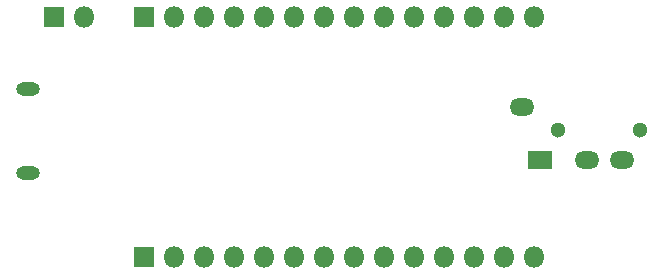
<source format=gbr>
%TF.GenerationSoftware,KiCad,Pcbnew,(5.1.6)-1*%
%TF.CreationDate,2020-10-29T00:16:49-05:00*%
%TF.ProjectId,VS1000BreakoutV2,56533130-3030-4427-9265-616b6f757456,rev?*%
%TF.SameCoordinates,Original*%
%TF.FileFunction,Soldermask,Bot*%
%TF.FilePolarity,Negative*%
%FSLAX46Y46*%
G04 Gerber Fmt 4.6, Leading zero omitted, Abs format (unit mm)*
G04 Created by KiCad (PCBNEW (5.1.6)-1) date 2020-10-29 00:16:49*
%MOMM*%
%LPD*%
G01*
G04 APERTURE LIST*
%ADD10O,1.800000X1.800000*%
%ADD11R,1.800000X1.800000*%
%ADD12O,2.100000X1.500000*%
%ADD13R,2.100000X1.500000*%
%ADD14C,1.300000*%
%ADD15O,2.000000X1.150000*%
G04 APERTURE END LIST*
D10*
%TO.C,J2*%
X129540000Y-127000000D03*
X127000000Y-127000000D03*
X124460000Y-127000000D03*
X121920000Y-127000000D03*
X119380000Y-127000000D03*
X116840000Y-127000000D03*
X114300000Y-127000000D03*
X111760000Y-127000000D03*
X109220000Y-127000000D03*
X106680000Y-127000000D03*
X104140000Y-127000000D03*
X101600000Y-127000000D03*
X99060000Y-127000000D03*
D11*
X96520000Y-127000000D03*
%TD*%
D10*
%TO.C,J4*%
X129540000Y-106680000D03*
X127000000Y-106680000D03*
X124460000Y-106680000D03*
X121920000Y-106680000D03*
X119380000Y-106680000D03*
X116840000Y-106680000D03*
X114300000Y-106680000D03*
X111760000Y-106680000D03*
X109220000Y-106680000D03*
X106680000Y-106680000D03*
X104140000Y-106680000D03*
X101600000Y-106680000D03*
X99060000Y-106680000D03*
D11*
X96520000Y-106680000D03*
%TD*%
D12*
%TO.C,J5*%
X128548000Y-114300000D03*
D13*
X130048000Y-118800000D03*
D12*
X134048000Y-118800000D03*
X137048000Y-118800000D03*
D14*
X138548000Y-116300000D03*
X131548000Y-116300000D03*
%TD*%
D15*
%TO.C,J3*%
X86684000Y-119907000D03*
X86684000Y-112757000D03*
%TD*%
D10*
%TO.C,J1*%
X91440000Y-106680000D03*
D11*
X88900000Y-106680000D03*
%TD*%
M02*

</source>
